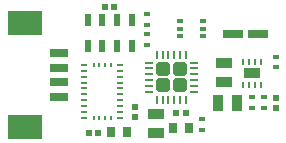
<source format=gtp>
G04 Layer_Color=8421504*
%FSLAX25Y25*%
%MOIN*%
G70*
G01*
G75*
%ADD10R,0.02165X0.04134*%
G04:AMPARAMS|DCode=12|XSize=9.84mil|YSize=19.69mil|CornerRadius=1.97mil|HoleSize=0mil|Usage=FLASHONLY|Rotation=180.000|XOffset=0mil|YOffset=0mil|HoleType=Round|Shape=RoundedRectangle|*
%AMROUNDEDRECTD12*
21,1,0.00984,0.01575,0,0,180.0*
21,1,0.00591,0.01969,0,0,180.0*
1,1,0.00394,-0.00295,0.00787*
1,1,0.00394,0.00295,0.00787*
1,1,0.00394,0.00295,-0.00787*
1,1,0.00394,-0.00295,-0.00787*
%
%ADD12ROUNDEDRECTD12*%
%ADD13R,0.00984X0.01575*%
%ADD14R,0.02362X0.00984*%
%ADD15R,0.02165X0.01772*%
%ADD16R,0.02362X0.01654*%
%ADD17R,0.06299X0.03150*%
%ADD18R,0.11811X0.08268*%
G04:AMPARAMS|DCode=19|XSize=9.45mil|YSize=23.62mil|CornerRadius=1.98mil|HoleSize=0mil|Usage=FLASHONLY|Rotation=270.000|XOffset=0mil|YOffset=0mil|HoleType=Round|Shape=RoundedRectangle|*
%AMROUNDEDRECTD19*
21,1,0.00945,0.01965,0,0,270.0*
21,1,0.00548,0.02362,0,0,270.0*
1,1,0.00397,-0.00983,-0.00274*
1,1,0.00397,-0.00983,0.00274*
1,1,0.00397,0.00983,0.00274*
1,1,0.00397,0.00983,-0.00274*
%
%ADD19ROUNDEDRECTD19*%
G04:AMPARAMS|DCode=20|XSize=9.45mil|YSize=23.62mil|CornerRadius=1.98mil|HoleSize=0mil|Usage=FLASHONLY|Rotation=180.000|XOffset=0mil|YOffset=0mil|HoleType=Round|Shape=RoundedRectangle|*
%AMROUNDEDRECTD20*
21,1,0.00945,0.01965,0,0,180.0*
21,1,0.00548,0.02362,0,0,180.0*
1,1,0.00397,-0.00274,0.00983*
1,1,0.00397,0.00274,0.00983*
1,1,0.00397,0.00274,-0.00983*
1,1,0.00397,-0.00274,-0.00983*
%
%ADD20ROUNDEDRECTD20*%
%ADD22R,0.06900X0.02800*%
%ADD23R,0.02047X0.02047*%
%ADD24R,0.02047X0.02047*%
%ADD25R,0.02756X0.03543*%
%ADD26R,0.05315X0.03740*%
%ADD27R,0.03740X0.05315*%
G04:AMPARAMS|DCode=53|XSize=46.85mil|YSize=46.85mil|CornerRadius=11.71mil|HoleSize=0mil|Usage=FLASHONLY|Rotation=180.000|XOffset=0mil|YOffset=0mil|HoleType=Round|Shape=RoundedRectangle|*
%AMROUNDEDRECTD53*
21,1,0.04685,0.02343,0,0,180.0*
21,1,0.02343,0.04685,0,0,180.0*
1,1,0.02343,-0.01171,0.01171*
1,1,0.02343,0.01171,0.01171*
1,1,0.02343,0.01171,-0.01171*
1,1,0.02343,-0.01171,-0.01171*
%
%ADD53ROUNDEDRECTD53*%
%ADD54R,0.05772X0.03362*%
D10*
X44463Y34610D02*
D03*
X39541D02*
D03*
X34620D02*
D03*
X29699D02*
D03*
Y43075D02*
D03*
X34620D02*
D03*
X39541D02*
D03*
X44463D02*
D03*
D12*
X81593Y29140D02*
D03*
X83561D02*
D03*
X85530D02*
D03*
X87498D02*
D03*
Y21659D02*
D03*
X85530D02*
D03*
X83561D02*
D03*
X81593D02*
D03*
D13*
X31667Y10612D02*
D03*
X33636D02*
D03*
X35604D02*
D03*
X37573D02*
D03*
X31667Y28132D02*
D03*
X33636D02*
D03*
X35604D02*
D03*
X37573D02*
D03*
D14*
X28616Y28230D02*
D03*
Y26262D02*
D03*
Y24293D02*
D03*
Y22325D02*
D03*
Y20356D02*
D03*
Y18388D02*
D03*
Y16419D02*
D03*
Y14451D02*
D03*
Y12482D02*
D03*
Y10514D02*
D03*
X40624Y28230D02*
D03*
Y26262D02*
D03*
Y24293D02*
D03*
Y22325D02*
D03*
Y20356D02*
D03*
Y18388D02*
D03*
Y16419D02*
D03*
Y14451D02*
D03*
Y12482D02*
D03*
Y10514D02*
D03*
D15*
X88370Y13803D02*
D03*
Y17346D02*
D03*
X84370Y13835D02*
D03*
Y17378D02*
D03*
X49620Y38446D02*
D03*
Y34902D02*
D03*
Y45096D02*
D03*
Y41553D02*
D03*
X92520Y30906D02*
D03*
Y27362D02*
D03*
X67870Y10097D02*
D03*
Y6553D02*
D03*
D16*
X60630Y37766D02*
D03*
Y40325D02*
D03*
Y42884D02*
D03*
X68110D02*
D03*
Y40325D02*
D03*
Y37766D02*
D03*
D17*
X20079Y32244D02*
D03*
Y27322D02*
D03*
Y22401D02*
D03*
Y17480D02*
D03*
D18*
X8661Y42283D02*
D03*
Y7440D02*
D03*
D19*
X65100Y19154D02*
D03*
Y21122D02*
D03*
Y23091D02*
D03*
Y25059D02*
D03*
Y27028D02*
D03*
Y28996D02*
D03*
X50140D02*
D03*
Y27028D02*
D03*
Y25059D02*
D03*
Y23091D02*
D03*
Y21122D02*
D03*
Y19154D02*
D03*
D20*
X62541Y31555D02*
D03*
X60573D02*
D03*
X58604D02*
D03*
X56636D02*
D03*
X54667D02*
D03*
X52699D02*
D03*
Y16594D02*
D03*
X54667D02*
D03*
X56636D02*
D03*
X58604D02*
D03*
X60573D02*
D03*
X62541D02*
D03*
D22*
X78120Y38575D02*
D03*
X86620D02*
D03*
D23*
X92370Y17150D02*
D03*
Y14000D02*
D03*
X45620Y14033D02*
D03*
Y10883D02*
D03*
D24*
X35433Y47638D02*
D03*
X38583D02*
D03*
X30045Y5575D02*
D03*
X33195D02*
D03*
X62445Y12075D02*
D03*
X59295D02*
D03*
D25*
X42876Y5825D02*
D03*
X37364D02*
D03*
X63626Y7325D02*
D03*
X58114D02*
D03*
D26*
X75295Y22468D02*
D03*
Y28768D02*
D03*
X52370Y5425D02*
D03*
Y11724D02*
D03*
D27*
X73220Y15575D02*
D03*
X79520D02*
D03*
D53*
X54884Y21339D02*
D03*
X60356D02*
D03*
Y26811D02*
D03*
X54884D02*
D03*
D54*
X84545Y25400D02*
D03*
M02*

</source>
